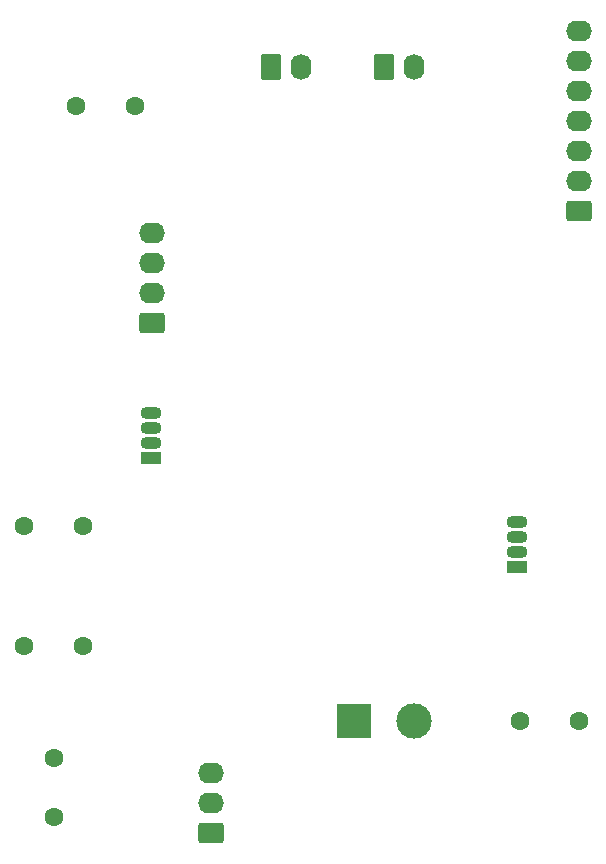
<source format=gbs>
%TF.GenerationSoftware,KiCad,Pcbnew,6.0.11+dfsg-1*%
%TF.CreationDate,2024-04-14T00:28:14-04:00*%
%TF.ProjectId,MainPCBV1,4d61696e-5043-4425-9631-2e6b69636164,rev?*%
%TF.SameCoordinates,Original*%
%TF.FileFunction,Soldermask,Bot*%
%TF.FilePolarity,Negative*%
%FSLAX45Y45*%
G04 Gerber Fmt 4.5, Leading zero omitted, Abs format (unit mm)*
G04 Created by KiCad (PCBNEW 6.0.11+dfsg-1) date 2024-04-14 00:28:14*
%MOMM*%
%LPD*%
G01*
G04 APERTURE LIST*
G04 Aperture macros list*
%AMRoundRect*
0 Rectangle with rounded corners*
0 $1 Rounding radius*
0 $2 $3 $4 $5 $6 $7 $8 $9 X,Y pos of 4 corners*
0 Add a 4 corners polygon primitive as box body*
4,1,4,$2,$3,$4,$5,$6,$7,$8,$9,$2,$3,0*
0 Add four circle primitives for the rounded corners*
1,1,$1+$1,$2,$3*
1,1,$1+$1,$4,$5*
1,1,$1+$1,$6,$7*
1,1,$1+$1,$8,$9*
0 Add four rect primitives between the rounded corners*
20,1,$1+$1,$2,$3,$4,$5,0*
20,1,$1+$1,$4,$5,$6,$7,0*
20,1,$1+$1,$6,$7,$8,$9,0*
20,1,$1+$1,$8,$9,$2,$3,0*%
G04 Aperture macros list end*
%ADD10C,1.600000*%
%ADD11RoundRect,0.250000X0.845000X-0.620000X0.845000X0.620000X-0.845000X0.620000X-0.845000X-0.620000X0*%
%ADD12O,2.190000X1.740000*%
%ADD13RoundRect,0.250000X-0.620000X-0.845000X0.620000X-0.845000X0.620000X0.845000X-0.620000X0.845000X0*%
%ADD14O,1.740000X2.190000*%
%ADD15R,3.000000X3.000000*%
%ADD16C,3.000000*%
%ADD17R,1.800000X1.070000*%
%ADD18O,1.800000X1.070000*%
G04 APERTURE END LIST*
D10*
%TO.C,C8*%
X10922000Y-14660500D03*
X10922000Y-14160500D03*
%TD*%
D11*
%TO.C,PowerAmplifier1*%
X11749500Y-10477500D03*
D12*
X11749500Y-10223500D03*
X11749500Y-9969500D03*
X11749500Y-9715500D03*
%TD*%
D13*
%TO.C,fan1*%
X12763500Y-8308500D03*
D14*
X13017500Y-8308500D03*
%TD*%
D15*
%TO.C,BATTERY1*%
X13462000Y-13843000D03*
D16*
X13970000Y-13843000D03*
%TD*%
D10*
%TO.C,C3*%
X14867000Y-13843000D03*
X15367000Y-13843000D03*
%TD*%
D11*
%TO.C,SWITCH1*%
X12255500Y-14795500D03*
D12*
X12255500Y-14541500D03*
X12255500Y-14287500D03*
%TD*%
D10*
%TO.C,C5*%
X10668000Y-12192000D03*
X11168000Y-12192000D03*
%TD*%
D11*
%TO.C,ZE08-CH2O1*%
X15367000Y-9525000D03*
D12*
X15367000Y-9271000D03*
X15367000Y-9017000D03*
X15367000Y-8763000D03*
X15367000Y-8509000D03*
X15367000Y-8255000D03*
X15367000Y-8001000D03*
%TD*%
D17*
%TO.C,D3*%
X11747500Y-11620500D03*
D18*
X11747500Y-11493500D03*
X11747500Y-11366500D03*
X11747500Y-11239500D03*
%TD*%
D10*
%TO.C,C1*%
X10668000Y-13208000D03*
X11168000Y-13208000D03*
%TD*%
D17*
%TO.C,D4*%
X14840000Y-12540468D03*
D18*
X14840000Y-12413468D03*
X14840000Y-12286468D03*
X14840000Y-12159468D03*
%TD*%
D13*
%TO.C,fan2*%
X13716000Y-8308500D03*
D14*
X13970000Y-8308500D03*
%TD*%
D10*
%TO.C,C6*%
X11612500Y-8636000D03*
X11112500Y-8636000D03*
%TD*%
M02*

</source>
